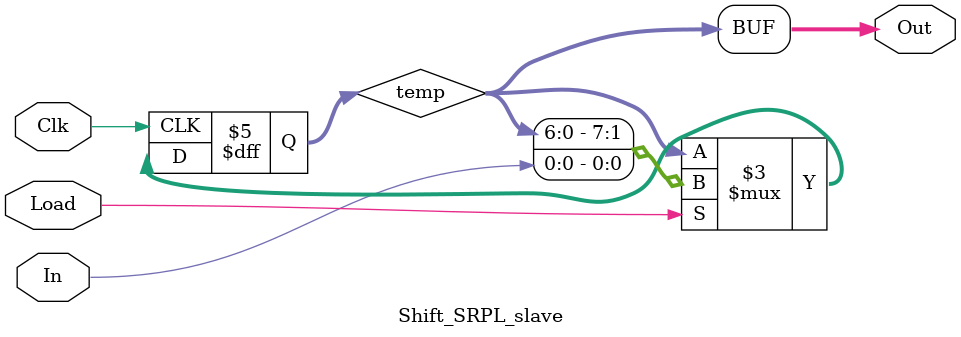
<source format=v>
module Shift_SRPL_slave(input Clk,
input Load,
input In,
output [7:0] Out);
  
  reg [7:0] temp;

  always@(posedge Clk)  //carga les dades en sèrie
  if(Load) 
    temp <= {temp[6:0],In};
  else                  //sortida paral·lel
    temp <= temp;

  assign Out = temp;
  
endmodule

</source>
